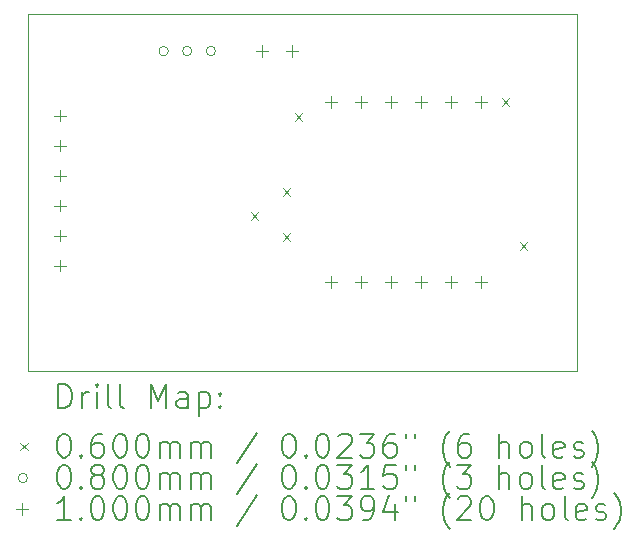
<source format=gbr>
%TF.GenerationSoftware,KiCad,Pcbnew,7.0.5*%
%TF.CreationDate,2024-02-26T15:45:20+01:00*%
%TF.ProjectId,thermometer-hw,74686572-6d6f-46d6-9574-65722d68772e,rev?*%
%TF.SameCoordinates,Original*%
%TF.FileFunction,Drillmap*%
%TF.FilePolarity,Positive*%
%FSLAX45Y45*%
G04 Gerber Fmt 4.5, Leading zero omitted, Abs format (unit mm)*
G04 Created by KiCad (PCBNEW 7.0.5) date 2024-02-26 15:45:20*
%MOMM*%
%LPD*%
G01*
G04 APERTURE LIST*
%ADD10C,0.100000*%
%ADD11C,0.200000*%
%ADD12C,0.060000*%
%ADD13C,0.080000*%
G04 APERTURE END LIST*
D10*
X4699000Y101600D02*
X50800Y101600D01*
X50800Y3124200D01*
X4699000Y3124200D01*
X4699000Y101600D01*
D11*
D12*
X1938500Y1439700D02*
X1998500Y1379700D01*
X1998500Y1439700D02*
X1938500Y1379700D01*
X2205200Y1642900D02*
X2265200Y1582900D01*
X2265200Y1642900D02*
X2205200Y1582900D01*
X2205200Y1261900D02*
X2265200Y1201900D01*
X2265200Y1261900D02*
X2205200Y1201900D01*
X2306800Y2277900D02*
X2366800Y2217900D01*
X2366800Y2277900D02*
X2306800Y2217900D01*
X4059400Y2404900D02*
X4119400Y2344900D01*
X4119400Y2404900D02*
X4059400Y2344900D01*
X4211800Y1185700D02*
X4271800Y1125700D01*
X4271800Y1185700D02*
X4211800Y1125700D01*
D13*
X1237000Y2806700D02*
G75*
G03*
X1237000Y2806700I-40000J0D01*
G01*
X1437000Y2806700D02*
G75*
G03*
X1437000Y2806700I-40000J0D01*
G01*
X1637000Y2806700D02*
G75*
G03*
X1637000Y2806700I-40000J0D01*
G01*
D10*
X317500Y2310600D02*
X317500Y2210600D01*
X267500Y2260600D02*
X367500Y2260600D01*
X317500Y2056600D02*
X317500Y1956600D01*
X267500Y2006600D02*
X367500Y2006600D01*
X317500Y1802600D02*
X317500Y1702600D01*
X267500Y1752600D02*
X367500Y1752600D01*
X317500Y1548600D02*
X317500Y1448600D01*
X267500Y1498600D02*
X367500Y1498600D01*
X317500Y1294600D02*
X317500Y1194600D01*
X267500Y1244600D02*
X367500Y1244600D01*
X317500Y1040600D02*
X317500Y940600D01*
X267500Y990600D02*
X367500Y990600D01*
X2032000Y2856700D02*
X2032000Y2756700D01*
X1982000Y2806700D02*
X2082000Y2806700D01*
X2286000Y2856700D02*
X2286000Y2756700D01*
X2236000Y2806700D02*
X2336000Y2806700D01*
X2616500Y2427600D02*
X2616500Y2327600D01*
X2566500Y2377600D02*
X2666500Y2377600D01*
X2616500Y903600D02*
X2616500Y803600D01*
X2566500Y853600D02*
X2666500Y853600D01*
X2870500Y2427600D02*
X2870500Y2327600D01*
X2820500Y2377600D02*
X2920500Y2377600D01*
X2870500Y903600D02*
X2870500Y803600D01*
X2820500Y853600D02*
X2920500Y853600D01*
X3124500Y2427600D02*
X3124500Y2327600D01*
X3074500Y2377600D02*
X3174500Y2377600D01*
X3124500Y903600D02*
X3124500Y803600D01*
X3074500Y853600D02*
X3174500Y853600D01*
X3378500Y2427600D02*
X3378500Y2327600D01*
X3328500Y2377600D02*
X3428500Y2377600D01*
X3378500Y903600D02*
X3378500Y803600D01*
X3328500Y853600D02*
X3428500Y853600D01*
X3632500Y2427600D02*
X3632500Y2327600D01*
X3582500Y2377600D02*
X3682500Y2377600D01*
X3632500Y903600D02*
X3632500Y803600D01*
X3582500Y853600D02*
X3682500Y853600D01*
X3886500Y2427600D02*
X3886500Y2327600D01*
X3836500Y2377600D02*
X3936500Y2377600D01*
X3886500Y903600D02*
X3886500Y803600D01*
X3836500Y853600D02*
X3936500Y853600D01*
D11*
X306577Y-214884D02*
X306577Y-14884D01*
X306577Y-14884D02*
X354196Y-14884D01*
X354196Y-14884D02*
X382767Y-24408D01*
X382767Y-24408D02*
X401815Y-43455D01*
X401815Y-43455D02*
X411339Y-62503D01*
X411339Y-62503D02*
X420862Y-100598D01*
X420862Y-100598D02*
X420862Y-129169D01*
X420862Y-129169D02*
X411339Y-167265D01*
X411339Y-167265D02*
X401815Y-186312D01*
X401815Y-186312D02*
X382767Y-205360D01*
X382767Y-205360D02*
X354196Y-214884D01*
X354196Y-214884D02*
X306577Y-214884D01*
X506577Y-214884D02*
X506577Y-81550D01*
X506577Y-119646D02*
X516101Y-100598D01*
X516101Y-100598D02*
X525624Y-91074D01*
X525624Y-91074D02*
X544672Y-81550D01*
X544672Y-81550D02*
X563720Y-81550D01*
X630386Y-214884D02*
X630386Y-81550D01*
X630386Y-14884D02*
X620863Y-24408D01*
X620863Y-24408D02*
X630386Y-33931D01*
X630386Y-33931D02*
X639910Y-24408D01*
X639910Y-24408D02*
X630386Y-14884D01*
X630386Y-14884D02*
X630386Y-33931D01*
X754196Y-214884D02*
X735148Y-205360D01*
X735148Y-205360D02*
X725624Y-186312D01*
X725624Y-186312D02*
X725624Y-14884D01*
X858958Y-214884D02*
X839910Y-205360D01*
X839910Y-205360D02*
X830386Y-186312D01*
X830386Y-186312D02*
X830386Y-14884D01*
X1087529Y-214884D02*
X1087529Y-14884D01*
X1087529Y-14884D02*
X1154196Y-157741D01*
X1154196Y-157741D02*
X1220863Y-14884D01*
X1220863Y-14884D02*
X1220863Y-214884D01*
X1401815Y-214884D02*
X1401815Y-110122D01*
X1401815Y-110122D02*
X1392291Y-91074D01*
X1392291Y-91074D02*
X1373244Y-81550D01*
X1373244Y-81550D02*
X1335148Y-81550D01*
X1335148Y-81550D02*
X1316101Y-91074D01*
X1401815Y-205360D02*
X1382767Y-214884D01*
X1382767Y-214884D02*
X1335148Y-214884D01*
X1335148Y-214884D02*
X1316101Y-205360D01*
X1316101Y-205360D02*
X1306577Y-186312D01*
X1306577Y-186312D02*
X1306577Y-167265D01*
X1306577Y-167265D02*
X1316101Y-148217D01*
X1316101Y-148217D02*
X1335148Y-138693D01*
X1335148Y-138693D02*
X1382767Y-138693D01*
X1382767Y-138693D02*
X1401815Y-129169D01*
X1497053Y-81550D02*
X1497053Y-281550D01*
X1497053Y-91074D02*
X1516101Y-81550D01*
X1516101Y-81550D02*
X1554196Y-81550D01*
X1554196Y-81550D02*
X1573243Y-91074D01*
X1573243Y-91074D02*
X1582767Y-100598D01*
X1582767Y-100598D02*
X1592291Y-119646D01*
X1592291Y-119646D02*
X1592291Y-176788D01*
X1592291Y-176788D02*
X1582767Y-195836D01*
X1582767Y-195836D02*
X1573243Y-205360D01*
X1573243Y-205360D02*
X1554196Y-214884D01*
X1554196Y-214884D02*
X1516101Y-214884D01*
X1516101Y-214884D02*
X1497053Y-205360D01*
X1678005Y-195836D02*
X1687529Y-205360D01*
X1687529Y-205360D02*
X1678005Y-214884D01*
X1678005Y-214884D02*
X1668482Y-205360D01*
X1668482Y-205360D02*
X1678005Y-195836D01*
X1678005Y-195836D02*
X1678005Y-214884D01*
X1678005Y-91074D02*
X1687529Y-100598D01*
X1687529Y-100598D02*
X1678005Y-110122D01*
X1678005Y-110122D02*
X1668482Y-100598D01*
X1668482Y-100598D02*
X1678005Y-91074D01*
X1678005Y-91074D02*
X1678005Y-110122D01*
D12*
X-14200Y-513400D02*
X45800Y-573400D01*
X45800Y-513400D02*
X-14200Y-573400D01*
D11*
X344672Y-434884D02*
X363720Y-434884D01*
X363720Y-434884D02*
X382767Y-444408D01*
X382767Y-444408D02*
X392291Y-453931D01*
X392291Y-453931D02*
X401815Y-472979D01*
X401815Y-472979D02*
X411339Y-511074D01*
X411339Y-511074D02*
X411339Y-558693D01*
X411339Y-558693D02*
X401815Y-596789D01*
X401815Y-596789D02*
X392291Y-615836D01*
X392291Y-615836D02*
X382767Y-625360D01*
X382767Y-625360D02*
X363720Y-634884D01*
X363720Y-634884D02*
X344672Y-634884D01*
X344672Y-634884D02*
X325624Y-625360D01*
X325624Y-625360D02*
X316101Y-615836D01*
X316101Y-615836D02*
X306577Y-596789D01*
X306577Y-596789D02*
X297053Y-558693D01*
X297053Y-558693D02*
X297053Y-511074D01*
X297053Y-511074D02*
X306577Y-472979D01*
X306577Y-472979D02*
X316101Y-453931D01*
X316101Y-453931D02*
X325624Y-444408D01*
X325624Y-444408D02*
X344672Y-434884D01*
X497053Y-615836D02*
X506577Y-625360D01*
X506577Y-625360D02*
X497053Y-634884D01*
X497053Y-634884D02*
X487529Y-625360D01*
X487529Y-625360D02*
X497053Y-615836D01*
X497053Y-615836D02*
X497053Y-634884D01*
X678005Y-434884D02*
X639910Y-434884D01*
X639910Y-434884D02*
X620863Y-444408D01*
X620863Y-444408D02*
X611339Y-453931D01*
X611339Y-453931D02*
X592291Y-482503D01*
X592291Y-482503D02*
X582767Y-520598D01*
X582767Y-520598D02*
X582767Y-596789D01*
X582767Y-596789D02*
X592291Y-615836D01*
X592291Y-615836D02*
X601815Y-625360D01*
X601815Y-625360D02*
X620863Y-634884D01*
X620863Y-634884D02*
X658958Y-634884D01*
X658958Y-634884D02*
X678005Y-625360D01*
X678005Y-625360D02*
X687529Y-615836D01*
X687529Y-615836D02*
X697053Y-596789D01*
X697053Y-596789D02*
X697053Y-549170D01*
X697053Y-549170D02*
X687529Y-530122D01*
X687529Y-530122D02*
X678005Y-520598D01*
X678005Y-520598D02*
X658958Y-511074D01*
X658958Y-511074D02*
X620863Y-511074D01*
X620863Y-511074D02*
X601815Y-520598D01*
X601815Y-520598D02*
X592291Y-530122D01*
X592291Y-530122D02*
X582767Y-549170D01*
X820862Y-434884D02*
X839910Y-434884D01*
X839910Y-434884D02*
X858958Y-444408D01*
X858958Y-444408D02*
X868482Y-453931D01*
X868482Y-453931D02*
X878005Y-472979D01*
X878005Y-472979D02*
X887529Y-511074D01*
X887529Y-511074D02*
X887529Y-558693D01*
X887529Y-558693D02*
X878005Y-596789D01*
X878005Y-596789D02*
X868482Y-615836D01*
X868482Y-615836D02*
X858958Y-625360D01*
X858958Y-625360D02*
X839910Y-634884D01*
X839910Y-634884D02*
X820862Y-634884D01*
X820862Y-634884D02*
X801815Y-625360D01*
X801815Y-625360D02*
X792291Y-615836D01*
X792291Y-615836D02*
X782767Y-596789D01*
X782767Y-596789D02*
X773243Y-558693D01*
X773243Y-558693D02*
X773243Y-511074D01*
X773243Y-511074D02*
X782767Y-472979D01*
X782767Y-472979D02*
X792291Y-453931D01*
X792291Y-453931D02*
X801815Y-444408D01*
X801815Y-444408D02*
X820862Y-434884D01*
X1011339Y-434884D02*
X1030386Y-434884D01*
X1030386Y-434884D02*
X1049434Y-444408D01*
X1049434Y-444408D02*
X1058958Y-453931D01*
X1058958Y-453931D02*
X1068482Y-472979D01*
X1068482Y-472979D02*
X1078005Y-511074D01*
X1078005Y-511074D02*
X1078005Y-558693D01*
X1078005Y-558693D02*
X1068482Y-596789D01*
X1068482Y-596789D02*
X1058958Y-615836D01*
X1058958Y-615836D02*
X1049434Y-625360D01*
X1049434Y-625360D02*
X1030386Y-634884D01*
X1030386Y-634884D02*
X1011339Y-634884D01*
X1011339Y-634884D02*
X992291Y-625360D01*
X992291Y-625360D02*
X982767Y-615836D01*
X982767Y-615836D02*
X973243Y-596789D01*
X973243Y-596789D02*
X963720Y-558693D01*
X963720Y-558693D02*
X963720Y-511074D01*
X963720Y-511074D02*
X973243Y-472979D01*
X973243Y-472979D02*
X982767Y-453931D01*
X982767Y-453931D02*
X992291Y-444408D01*
X992291Y-444408D02*
X1011339Y-434884D01*
X1163720Y-634884D02*
X1163720Y-501550D01*
X1163720Y-520598D02*
X1173244Y-511074D01*
X1173244Y-511074D02*
X1192291Y-501550D01*
X1192291Y-501550D02*
X1220863Y-501550D01*
X1220863Y-501550D02*
X1239910Y-511074D01*
X1239910Y-511074D02*
X1249434Y-530122D01*
X1249434Y-530122D02*
X1249434Y-634884D01*
X1249434Y-530122D02*
X1258958Y-511074D01*
X1258958Y-511074D02*
X1278005Y-501550D01*
X1278005Y-501550D02*
X1306577Y-501550D01*
X1306577Y-501550D02*
X1325625Y-511074D01*
X1325625Y-511074D02*
X1335148Y-530122D01*
X1335148Y-530122D02*
X1335148Y-634884D01*
X1430386Y-634884D02*
X1430386Y-501550D01*
X1430386Y-520598D02*
X1439910Y-511074D01*
X1439910Y-511074D02*
X1458958Y-501550D01*
X1458958Y-501550D02*
X1487529Y-501550D01*
X1487529Y-501550D02*
X1506577Y-511074D01*
X1506577Y-511074D02*
X1516101Y-530122D01*
X1516101Y-530122D02*
X1516101Y-634884D01*
X1516101Y-530122D02*
X1525624Y-511074D01*
X1525624Y-511074D02*
X1544672Y-501550D01*
X1544672Y-501550D02*
X1573243Y-501550D01*
X1573243Y-501550D02*
X1592291Y-511074D01*
X1592291Y-511074D02*
X1601815Y-530122D01*
X1601815Y-530122D02*
X1601815Y-634884D01*
X1992291Y-425360D02*
X1820863Y-682503D01*
X2249434Y-434884D02*
X2268482Y-434884D01*
X2268482Y-434884D02*
X2287529Y-444408D01*
X2287529Y-444408D02*
X2297053Y-453931D01*
X2297053Y-453931D02*
X2306577Y-472979D01*
X2306577Y-472979D02*
X2316101Y-511074D01*
X2316101Y-511074D02*
X2316101Y-558693D01*
X2316101Y-558693D02*
X2306577Y-596789D01*
X2306577Y-596789D02*
X2297053Y-615836D01*
X2297053Y-615836D02*
X2287529Y-625360D01*
X2287529Y-625360D02*
X2268482Y-634884D01*
X2268482Y-634884D02*
X2249434Y-634884D01*
X2249434Y-634884D02*
X2230387Y-625360D01*
X2230387Y-625360D02*
X2220863Y-615836D01*
X2220863Y-615836D02*
X2211339Y-596789D01*
X2211339Y-596789D02*
X2201815Y-558693D01*
X2201815Y-558693D02*
X2201815Y-511074D01*
X2201815Y-511074D02*
X2211339Y-472979D01*
X2211339Y-472979D02*
X2220863Y-453931D01*
X2220863Y-453931D02*
X2230387Y-444408D01*
X2230387Y-444408D02*
X2249434Y-434884D01*
X2401815Y-615836D02*
X2411339Y-625360D01*
X2411339Y-625360D02*
X2401815Y-634884D01*
X2401815Y-634884D02*
X2392291Y-625360D01*
X2392291Y-625360D02*
X2401815Y-615836D01*
X2401815Y-615836D02*
X2401815Y-634884D01*
X2535148Y-434884D02*
X2554196Y-434884D01*
X2554196Y-434884D02*
X2573244Y-444408D01*
X2573244Y-444408D02*
X2582768Y-453931D01*
X2582768Y-453931D02*
X2592291Y-472979D01*
X2592291Y-472979D02*
X2601815Y-511074D01*
X2601815Y-511074D02*
X2601815Y-558693D01*
X2601815Y-558693D02*
X2592291Y-596789D01*
X2592291Y-596789D02*
X2582768Y-615836D01*
X2582768Y-615836D02*
X2573244Y-625360D01*
X2573244Y-625360D02*
X2554196Y-634884D01*
X2554196Y-634884D02*
X2535148Y-634884D01*
X2535148Y-634884D02*
X2516101Y-625360D01*
X2516101Y-625360D02*
X2506577Y-615836D01*
X2506577Y-615836D02*
X2497053Y-596789D01*
X2497053Y-596789D02*
X2487529Y-558693D01*
X2487529Y-558693D02*
X2487529Y-511074D01*
X2487529Y-511074D02*
X2497053Y-472979D01*
X2497053Y-472979D02*
X2506577Y-453931D01*
X2506577Y-453931D02*
X2516101Y-444408D01*
X2516101Y-444408D02*
X2535148Y-434884D01*
X2678006Y-453931D02*
X2687529Y-444408D01*
X2687529Y-444408D02*
X2706577Y-434884D01*
X2706577Y-434884D02*
X2754196Y-434884D01*
X2754196Y-434884D02*
X2773244Y-444408D01*
X2773244Y-444408D02*
X2782768Y-453931D01*
X2782768Y-453931D02*
X2792291Y-472979D01*
X2792291Y-472979D02*
X2792291Y-492027D01*
X2792291Y-492027D02*
X2782768Y-520598D01*
X2782768Y-520598D02*
X2668482Y-634884D01*
X2668482Y-634884D02*
X2792291Y-634884D01*
X2858958Y-434884D02*
X2982767Y-434884D01*
X2982767Y-434884D02*
X2916101Y-511074D01*
X2916101Y-511074D02*
X2944672Y-511074D01*
X2944672Y-511074D02*
X2963720Y-520598D01*
X2963720Y-520598D02*
X2973244Y-530122D01*
X2973244Y-530122D02*
X2982767Y-549170D01*
X2982767Y-549170D02*
X2982767Y-596789D01*
X2982767Y-596789D02*
X2973244Y-615836D01*
X2973244Y-615836D02*
X2963720Y-625360D01*
X2963720Y-625360D02*
X2944672Y-634884D01*
X2944672Y-634884D02*
X2887529Y-634884D01*
X2887529Y-634884D02*
X2868482Y-625360D01*
X2868482Y-625360D02*
X2858958Y-615836D01*
X3154196Y-434884D02*
X3116101Y-434884D01*
X3116101Y-434884D02*
X3097053Y-444408D01*
X3097053Y-444408D02*
X3087529Y-453931D01*
X3087529Y-453931D02*
X3068482Y-482503D01*
X3068482Y-482503D02*
X3058958Y-520598D01*
X3058958Y-520598D02*
X3058958Y-596789D01*
X3058958Y-596789D02*
X3068482Y-615836D01*
X3068482Y-615836D02*
X3078006Y-625360D01*
X3078006Y-625360D02*
X3097053Y-634884D01*
X3097053Y-634884D02*
X3135148Y-634884D01*
X3135148Y-634884D02*
X3154196Y-625360D01*
X3154196Y-625360D02*
X3163720Y-615836D01*
X3163720Y-615836D02*
X3173244Y-596789D01*
X3173244Y-596789D02*
X3173244Y-549170D01*
X3173244Y-549170D02*
X3163720Y-530122D01*
X3163720Y-530122D02*
X3154196Y-520598D01*
X3154196Y-520598D02*
X3135148Y-511074D01*
X3135148Y-511074D02*
X3097053Y-511074D01*
X3097053Y-511074D02*
X3078006Y-520598D01*
X3078006Y-520598D02*
X3068482Y-530122D01*
X3068482Y-530122D02*
X3058958Y-549170D01*
X3249434Y-434884D02*
X3249434Y-472979D01*
X3325625Y-434884D02*
X3325625Y-472979D01*
X3620863Y-711074D02*
X3611339Y-701550D01*
X3611339Y-701550D02*
X3592291Y-672979D01*
X3592291Y-672979D02*
X3582768Y-653931D01*
X3582768Y-653931D02*
X3573244Y-625360D01*
X3573244Y-625360D02*
X3563720Y-577741D01*
X3563720Y-577741D02*
X3563720Y-539646D01*
X3563720Y-539646D02*
X3573244Y-492027D01*
X3573244Y-492027D02*
X3582768Y-463455D01*
X3582768Y-463455D02*
X3592291Y-444408D01*
X3592291Y-444408D02*
X3611339Y-415836D01*
X3611339Y-415836D02*
X3620863Y-406312D01*
X3782768Y-434884D02*
X3744672Y-434884D01*
X3744672Y-434884D02*
X3725625Y-444408D01*
X3725625Y-444408D02*
X3716101Y-453931D01*
X3716101Y-453931D02*
X3697053Y-482503D01*
X3697053Y-482503D02*
X3687529Y-520598D01*
X3687529Y-520598D02*
X3687529Y-596789D01*
X3687529Y-596789D02*
X3697053Y-615836D01*
X3697053Y-615836D02*
X3706577Y-625360D01*
X3706577Y-625360D02*
X3725625Y-634884D01*
X3725625Y-634884D02*
X3763720Y-634884D01*
X3763720Y-634884D02*
X3782768Y-625360D01*
X3782768Y-625360D02*
X3792291Y-615836D01*
X3792291Y-615836D02*
X3801815Y-596789D01*
X3801815Y-596789D02*
X3801815Y-549170D01*
X3801815Y-549170D02*
X3792291Y-530122D01*
X3792291Y-530122D02*
X3782768Y-520598D01*
X3782768Y-520598D02*
X3763720Y-511074D01*
X3763720Y-511074D02*
X3725625Y-511074D01*
X3725625Y-511074D02*
X3706577Y-520598D01*
X3706577Y-520598D02*
X3697053Y-530122D01*
X3697053Y-530122D02*
X3687529Y-549170D01*
X4039910Y-634884D02*
X4039910Y-434884D01*
X4125625Y-634884D02*
X4125625Y-530122D01*
X4125625Y-530122D02*
X4116101Y-511074D01*
X4116101Y-511074D02*
X4097053Y-501550D01*
X4097053Y-501550D02*
X4068482Y-501550D01*
X4068482Y-501550D02*
X4049434Y-511074D01*
X4049434Y-511074D02*
X4039910Y-520598D01*
X4249434Y-634884D02*
X4230387Y-625360D01*
X4230387Y-625360D02*
X4220863Y-615836D01*
X4220863Y-615836D02*
X4211339Y-596789D01*
X4211339Y-596789D02*
X4211339Y-539646D01*
X4211339Y-539646D02*
X4220863Y-520598D01*
X4220863Y-520598D02*
X4230387Y-511074D01*
X4230387Y-511074D02*
X4249434Y-501550D01*
X4249434Y-501550D02*
X4278006Y-501550D01*
X4278006Y-501550D02*
X4297053Y-511074D01*
X4297053Y-511074D02*
X4306577Y-520598D01*
X4306577Y-520598D02*
X4316101Y-539646D01*
X4316101Y-539646D02*
X4316101Y-596789D01*
X4316101Y-596789D02*
X4306577Y-615836D01*
X4306577Y-615836D02*
X4297053Y-625360D01*
X4297053Y-625360D02*
X4278006Y-634884D01*
X4278006Y-634884D02*
X4249434Y-634884D01*
X4430387Y-634884D02*
X4411339Y-625360D01*
X4411339Y-625360D02*
X4401815Y-606312D01*
X4401815Y-606312D02*
X4401815Y-434884D01*
X4582768Y-625360D02*
X4563720Y-634884D01*
X4563720Y-634884D02*
X4525625Y-634884D01*
X4525625Y-634884D02*
X4506577Y-625360D01*
X4506577Y-625360D02*
X4497053Y-606312D01*
X4497053Y-606312D02*
X4497053Y-530122D01*
X4497053Y-530122D02*
X4506577Y-511074D01*
X4506577Y-511074D02*
X4525625Y-501550D01*
X4525625Y-501550D02*
X4563720Y-501550D01*
X4563720Y-501550D02*
X4582768Y-511074D01*
X4582768Y-511074D02*
X4592292Y-530122D01*
X4592292Y-530122D02*
X4592292Y-549170D01*
X4592292Y-549170D02*
X4497053Y-568217D01*
X4668482Y-625360D02*
X4687530Y-634884D01*
X4687530Y-634884D02*
X4725625Y-634884D01*
X4725625Y-634884D02*
X4744673Y-625360D01*
X4744673Y-625360D02*
X4754196Y-606312D01*
X4754196Y-606312D02*
X4754196Y-596789D01*
X4754196Y-596789D02*
X4744673Y-577741D01*
X4744673Y-577741D02*
X4725625Y-568217D01*
X4725625Y-568217D02*
X4697053Y-568217D01*
X4697053Y-568217D02*
X4678006Y-558693D01*
X4678006Y-558693D02*
X4668482Y-539646D01*
X4668482Y-539646D02*
X4668482Y-530122D01*
X4668482Y-530122D02*
X4678006Y-511074D01*
X4678006Y-511074D02*
X4697053Y-501550D01*
X4697053Y-501550D02*
X4725625Y-501550D01*
X4725625Y-501550D02*
X4744673Y-511074D01*
X4820863Y-711074D02*
X4830387Y-701550D01*
X4830387Y-701550D02*
X4849434Y-672979D01*
X4849434Y-672979D02*
X4858958Y-653931D01*
X4858958Y-653931D02*
X4868482Y-625360D01*
X4868482Y-625360D02*
X4878006Y-577741D01*
X4878006Y-577741D02*
X4878006Y-539646D01*
X4878006Y-539646D02*
X4868482Y-492027D01*
X4868482Y-492027D02*
X4858958Y-463455D01*
X4858958Y-463455D02*
X4849434Y-444408D01*
X4849434Y-444408D02*
X4830387Y-415836D01*
X4830387Y-415836D02*
X4820863Y-406312D01*
D13*
X45800Y-807400D02*
G75*
G03*
X45800Y-807400I-40000J0D01*
G01*
D11*
X344672Y-698884D02*
X363720Y-698884D01*
X363720Y-698884D02*
X382767Y-708408D01*
X382767Y-708408D02*
X392291Y-717931D01*
X392291Y-717931D02*
X401815Y-736979D01*
X401815Y-736979D02*
X411339Y-775074D01*
X411339Y-775074D02*
X411339Y-822693D01*
X411339Y-822693D02*
X401815Y-860788D01*
X401815Y-860788D02*
X392291Y-879836D01*
X392291Y-879836D02*
X382767Y-889360D01*
X382767Y-889360D02*
X363720Y-898884D01*
X363720Y-898884D02*
X344672Y-898884D01*
X344672Y-898884D02*
X325624Y-889360D01*
X325624Y-889360D02*
X316101Y-879836D01*
X316101Y-879836D02*
X306577Y-860788D01*
X306577Y-860788D02*
X297053Y-822693D01*
X297053Y-822693D02*
X297053Y-775074D01*
X297053Y-775074D02*
X306577Y-736979D01*
X306577Y-736979D02*
X316101Y-717931D01*
X316101Y-717931D02*
X325624Y-708408D01*
X325624Y-708408D02*
X344672Y-698884D01*
X497053Y-879836D02*
X506577Y-889360D01*
X506577Y-889360D02*
X497053Y-898884D01*
X497053Y-898884D02*
X487529Y-889360D01*
X487529Y-889360D02*
X497053Y-879836D01*
X497053Y-879836D02*
X497053Y-898884D01*
X620863Y-784598D02*
X601815Y-775074D01*
X601815Y-775074D02*
X592291Y-765550D01*
X592291Y-765550D02*
X582767Y-746503D01*
X582767Y-746503D02*
X582767Y-736979D01*
X582767Y-736979D02*
X592291Y-717931D01*
X592291Y-717931D02*
X601815Y-708408D01*
X601815Y-708408D02*
X620863Y-698884D01*
X620863Y-698884D02*
X658958Y-698884D01*
X658958Y-698884D02*
X678005Y-708408D01*
X678005Y-708408D02*
X687529Y-717931D01*
X687529Y-717931D02*
X697053Y-736979D01*
X697053Y-736979D02*
X697053Y-746503D01*
X697053Y-746503D02*
X687529Y-765550D01*
X687529Y-765550D02*
X678005Y-775074D01*
X678005Y-775074D02*
X658958Y-784598D01*
X658958Y-784598D02*
X620863Y-784598D01*
X620863Y-784598D02*
X601815Y-794122D01*
X601815Y-794122D02*
X592291Y-803646D01*
X592291Y-803646D02*
X582767Y-822693D01*
X582767Y-822693D02*
X582767Y-860788D01*
X582767Y-860788D02*
X592291Y-879836D01*
X592291Y-879836D02*
X601815Y-889360D01*
X601815Y-889360D02*
X620863Y-898884D01*
X620863Y-898884D02*
X658958Y-898884D01*
X658958Y-898884D02*
X678005Y-889360D01*
X678005Y-889360D02*
X687529Y-879836D01*
X687529Y-879836D02*
X697053Y-860788D01*
X697053Y-860788D02*
X697053Y-822693D01*
X697053Y-822693D02*
X687529Y-803646D01*
X687529Y-803646D02*
X678005Y-794122D01*
X678005Y-794122D02*
X658958Y-784598D01*
X820862Y-698884D02*
X839910Y-698884D01*
X839910Y-698884D02*
X858958Y-708408D01*
X858958Y-708408D02*
X868482Y-717931D01*
X868482Y-717931D02*
X878005Y-736979D01*
X878005Y-736979D02*
X887529Y-775074D01*
X887529Y-775074D02*
X887529Y-822693D01*
X887529Y-822693D02*
X878005Y-860788D01*
X878005Y-860788D02*
X868482Y-879836D01*
X868482Y-879836D02*
X858958Y-889360D01*
X858958Y-889360D02*
X839910Y-898884D01*
X839910Y-898884D02*
X820862Y-898884D01*
X820862Y-898884D02*
X801815Y-889360D01*
X801815Y-889360D02*
X792291Y-879836D01*
X792291Y-879836D02*
X782767Y-860788D01*
X782767Y-860788D02*
X773243Y-822693D01*
X773243Y-822693D02*
X773243Y-775074D01*
X773243Y-775074D02*
X782767Y-736979D01*
X782767Y-736979D02*
X792291Y-717931D01*
X792291Y-717931D02*
X801815Y-708408D01*
X801815Y-708408D02*
X820862Y-698884D01*
X1011339Y-698884D02*
X1030386Y-698884D01*
X1030386Y-698884D02*
X1049434Y-708408D01*
X1049434Y-708408D02*
X1058958Y-717931D01*
X1058958Y-717931D02*
X1068482Y-736979D01*
X1068482Y-736979D02*
X1078005Y-775074D01*
X1078005Y-775074D02*
X1078005Y-822693D01*
X1078005Y-822693D02*
X1068482Y-860788D01*
X1068482Y-860788D02*
X1058958Y-879836D01*
X1058958Y-879836D02*
X1049434Y-889360D01*
X1049434Y-889360D02*
X1030386Y-898884D01*
X1030386Y-898884D02*
X1011339Y-898884D01*
X1011339Y-898884D02*
X992291Y-889360D01*
X992291Y-889360D02*
X982767Y-879836D01*
X982767Y-879836D02*
X973243Y-860788D01*
X973243Y-860788D02*
X963720Y-822693D01*
X963720Y-822693D02*
X963720Y-775074D01*
X963720Y-775074D02*
X973243Y-736979D01*
X973243Y-736979D02*
X982767Y-717931D01*
X982767Y-717931D02*
X992291Y-708408D01*
X992291Y-708408D02*
X1011339Y-698884D01*
X1163720Y-898884D02*
X1163720Y-765550D01*
X1163720Y-784598D02*
X1173244Y-775074D01*
X1173244Y-775074D02*
X1192291Y-765550D01*
X1192291Y-765550D02*
X1220863Y-765550D01*
X1220863Y-765550D02*
X1239910Y-775074D01*
X1239910Y-775074D02*
X1249434Y-794122D01*
X1249434Y-794122D02*
X1249434Y-898884D01*
X1249434Y-794122D02*
X1258958Y-775074D01*
X1258958Y-775074D02*
X1278005Y-765550D01*
X1278005Y-765550D02*
X1306577Y-765550D01*
X1306577Y-765550D02*
X1325625Y-775074D01*
X1325625Y-775074D02*
X1335148Y-794122D01*
X1335148Y-794122D02*
X1335148Y-898884D01*
X1430386Y-898884D02*
X1430386Y-765550D01*
X1430386Y-784598D02*
X1439910Y-775074D01*
X1439910Y-775074D02*
X1458958Y-765550D01*
X1458958Y-765550D02*
X1487529Y-765550D01*
X1487529Y-765550D02*
X1506577Y-775074D01*
X1506577Y-775074D02*
X1516101Y-794122D01*
X1516101Y-794122D02*
X1516101Y-898884D01*
X1516101Y-794122D02*
X1525624Y-775074D01*
X1525624Y-775074D02*
X1544672Y-765550D01*
X1544672Y-765550D02*
X1573243Y-765550D01*
X1573243Y-765550D02*
X1592291Y-775074D01*
X1592291Y-775074D02*
X1601815Y-794122D01*
X1601815Y-794122D02*
X1601815Y-898884D01*
X1992291Y-689360D02*
X1820863Y-946503D01*
X2249434Y-698884D02*
X2268482Y-698884D01*
X2268482Y-698884D02*
X2287529Y-708408D01*
X2287529Y-708408D02*
X2297053Y-717931D01*
X2297053Y-717931D02*
X2306577Y-736979D01*
X2306577Y-736979D02*
X2316101Y-775074D01*
X2316101Y-775074D02*
X2316101Y-822693D01*
X2316101Y-822693D02*
X2306577Y-860788D01*
X2306577Y-860788D02*
X2297053Y-879836D01*
X2297053Y-879836D02*
X2287529Y-889360D01*
X2287529Y-889360D02*
X2268482Y-898884D01*
X2268482Y-898884D02*
X2249434Y-898884D01*
X2249434Y-898884D02*
X2230387Y-889360D01*
X2230387Y-889360D02*
X2220863Y-879836D01*
X2220863Y-879836D02*
X2211339Y-860788D01*
X2211339Y-860788D02*
X2201815Y-822693D01*
X2201815Y-822693D02*
X2201815Y-775074D01*
X2201815Y-775074D02*
X2211339Y-736979D01*
X2211339Y-736979D02*
X2220863Y-717931D01*
X2220863Y-717931D02*
X2230387Y-708408D01*
X2230387Y-708408D02*
X2249434Y-698884D01*
X2401815Y-879836D02*
X2411339Y-889360D01*
X2411339Y-889360D02*
X2401815Y-898884D01*
X2401815Y-898884D02*
X2392291Y-889360D01*
X2392291Y-889360D02*
X2401815Y-879836D01*
X2401815Y-879836D02*
X2401815Y-898884D01*
X2535148Y-698884D02*
X2554196Y-698884D01*
X2554196Y-698884D02*
X2573244Y-708408D01*
X2573244Y-708408D02*
X2582768Y-717931D01*
X2582768Y-717931D02*
X2592291Y-736979D01*
X2592291Y-736979D02*
X2601815Y-775074D01*
X2601815Y-775074D02*
X2601815Y-822693D01*
X2601815Y-822693D02*
X2592291Y-860788D01*
X2592291Y-860788D02*
X2582768Y-879836D01*
X2582768Y-879836D02*
X2573244Y-889360D01*
X2573244Y-889360D02*
X2554196Y-898884D01*
X2554196Y-898884D02*
X2535148Y-898884D01*
X2535148Y-898884D02*
X2516101Y-889360D01*
X2516101Y-889360D02*
X2506577Y-879836D01*
X2506577Y-879836D02*
X2497053Y-860788D01*
X2497053Y-860788D02*
X2487529Y-822693D01*
X2487529Y-822693D02*
X2487529Y-775074D01*
X2487529Y-775074D02*
X2497053Y-736979D01*
X2497053Y-736979D02*
X2506577Y-717931D01*
X2506577Y-717931D02*
X2516101Y-708408D01*
X2516101Y-708408D02*
X2535148Y-698884D01*
X2668482Y-698884D02*
X2792291Y-698884D01*
X2792291Y-698884D02*
X2725625Y-775074D01*
X2725625Y-775074D02*
X2754196Y-775074D01*
X2754196Y-775074D02*
X2773244Y-784598D01*
X2773244Y-784598D02*
X2782768Y-794122D01*
X2782768Y-794122D02*
X2792291Y-813169D01*
X2792291Y-813169D02*
X2792291Y-860788D01*
X2792291Y-860788D02*
X2782768Y-879836D01*
X2782768Y-879836D02*
X2773244Y-889360D01*
X2773244Y-889360D02*
X2754196Y-898884D01*
X2754196Y-898884D02*
X2697053Y-898884D01*
X2697053Y-898884D02*
X2678006Y-889360D01*
X2678006Y-889360D02*
X2668482Y-879836D01*
X2982767Y-898884D02*
X2868482Y-898884D01*
X2925625Y-898884D02*
X2925625Y-698884D01*
X2925625Y-698884D02*
X2906577Y-727455D01*
X2906577Y-727455D02*
X2887529Y-746503D01*
X2887529Y-746503D02*
X2868482Y-756027D01*
X3163720Y-698884D02*
X3068482Y-698884D01*
X3068482Y-698884D02*
X3058958Y-794122D01*
X3058958Y-794122D02*
X3068482Y-784598D01*
X3068482Y-784598D02*
X3087529Y-775074D01*
X3087529Y-775074D02*
X3135148Y-775074D01*
X3135148Y-775074D02*
X3154196Y-784598D01*
X3154196Y-784598D02*
X3163720Y-794122D01*
X3163720Y-794122D02*
X3173244Y-813169D01*
X3173244Y-813169D02*
X3173244Y-860788D01*
X3173244Y-860788D02*
X3163720Y-879836D01*
X3163720Y-879836D02*
X3154196Y-889360D01*
X3154196Y-889360D02*
X3135148Y-898884D01*
X3135148Y-898884D02*
X3087529Y-898884D01*
X3087529Y-898884D02*
X3068482Y-889360D01*
X3068482Y-889360D02*
X3058958Y-879836D01*
X3249434Y-698884D02*
X3249434Y-736979D01*
X3325625Y-698884D02*
X3325625Y-736979D01*
X3620863Y-975074D02*
X3611339Y-965550D01*
X3611339Y-965550D02*
X3592291Y-936979D01*
X3592291Y-936979D02*
X3582768Y-917931D01*
X3582768Y-917931D02*
X3573244Y-889360D01*
X3573244Y-889360D02*
X3563720Y-841741D01*
X3563720Y-841741D02*
X3563720Y-803646D01*
X3563720Y-803646D02*
X3573244Y-756027D01*
X3573244Y-756027D02*
X3582768Y-727455D01*
X3582768Y-727455D02*
X3592291Y-708408D01*
X3592291Y-708408D02*
X3611339Y-679836D01*
X3611339Y-679836D02*
X3620863Y-670312D01*
X3678006Y-698884D02*
X3801815Y-698884D01*
X3801815Y-698884D02*
X3735148Y-775074D01*
X3735148Y-775074D02*
X3763720Y-775074D01*
X3763720Y-775074D02*
X3782768Y-784598D01*
X3782768Y-784598D02*
X3792291Y-794122D01*
X3792291Y-794122D02*
X3801815Y-813169D01*
X3801815Y-813169D02*
X3801815Y-860788D01*
X3801815Y-860788D02*
X3792291Y-879836D01*
X3792291Y-879836D02*
X3782768Y-889360D01*
X3782768Y-889360D02*
X3763720Y-898884D01*
X3763720Y-898884D02*
X3706577Y-898884D01*
X3706577Y-898884D02*
X3687529Y-889360D01*
X3687529Y-889360D02*
X3678006Y-879836D01*
X4039910Y-898884D02*
X4039910Y-698884D01*
X4125625Y-898884D02*
X4125625Y-794122D01*
X4125625Y-794122D02*
X4116101Y-775074D01*
X4116101Y-775074D02*
X4097053Y-765550D01*
X4097053Y-765550D02*
X4068482Y-765550D01*
X4068482Y-765550D02*
X4049434Y-775074D01*
X4049434Y-775074D02*
X4039910Y-784598D01*
X4249434Y-898884D02*
X4230387Y-889360D01*
X4230387Y-889360D02*
X4220863Y-879836D01*
X4220863Y-879836D02*
X4211339Y-860788D01*
X4211339Y-860788D02*
X4211339Y-803646D01*
X4211339Y-803646D02*
X4220863Y-784598D01*
X4220863Y-784598D02*
X4230387Y-775074D01*
X4230387Y-775074D02*
X4249434Y-765550D01*
X4249434Y-765550D02*
X4278006Y-765550D01*
X4278006Y-765550D02*
X4297053Y-775074D01*
X4297053Y-775074D02*
X4306577Y-784598D01*
X4306577Y-784598D02*
X4316101Y-803646D01*
X4316101Y-803646D02*
X4316101Y-860788D01*
X4316101Y-860788D02*
X4306577Y-879836D01*
X4306577Y-879836D02*
X4297053Y-889360D01*
X4297053Y-889360D02*
X4278006Y-898884D01*
X4278006Y-898884D02*
X4249434Y-898884D01*
X4430387Y-898884D02*
X4411339Y-889360D01*
X4411339Y-889360D02*
X4401815Y-870312D01*
X4401815Y-870312D02*
X4401815Y-698884D01*
X4582768Y-889360D02*
X4563720Y-898884D01*
X4563720Y-898884D02*
X4525625Y-898884D01*
X4525625Y-898884D02*
X4506577Y-889360D01*
X4506577Y-889360D02*
X4497053Y-870312D01*
X4497053Y-870312D02*
X4497053Y-794122D01*
X4497053Y-794122D02*
X4506577Y-775074D01*
X4506577Y-775074D02*
X4525625Y-765550D01*
X4525625Y-765550D02*
X4563720Y-765550D01*
X4563720Y-765550D02*
X4582768Y-775074D01*
X4582768Y-775074D02*
X4592292Y-794122D01*
X4592292Y-794122D02*
X4592292Y-813169D01*
X4592292Y-813169D02*
X4497053Y-832217D01*
X4668482Y-889360D02*
X4687530Y-898884D01*
X4687530Y-898884D02*
X4725625Y-898884D01*
X4725625Y-898884D02*
X4744673Y-889360D01*
X4744673Y-889360D02*
X4754196Y-870312D01*
X4754196Y-870312D02*
X4754196Y-860788D01*
X4754196Y-860788D02*
X4744673Y-841741D01*
X4744673Y-841741D02*
X4725625Y-832217D01*
X4725625Y-832217D02*
X4697053Y-832217D01*
X4697053Y-832217D02*
X4678006Y-822693D01*
X4678006Y-822693D02*
X4668482Y-803646D01*
X4668482Y-803646D02*
X4668482Y-794122D01*
X4668482Y-794122D02*
X4678006Y-775074D01*
X4678006Y-775074D02*
X4697053Y-765550D01*
X4697053Y-765550D02*
X4725625Y-765550D01*
X4725625Y-765550D02*
X4744673Y-775074D01*
X4820863Y-975074D02*
X4830387Y-965550D01*
X4830387Y-965550D02*
X4849434Y-936979D01*
X4849434Y-936979D02*
X4858958Y-917931D01*
X4858958Y-917931D02*
X4868482Y-889360D01*
X4868482Y-889360D02*
X4878006Y-841741D01*
X4878006Y-841741D02*
X4878006Y-803646D01*
X4878006Y-803646D02*
X4868482Y-756027D01*
X4868482Y-756027D02*
X4858958Y-727455D01*
X4858958Y-727455D02*
X4849434Y-708408D01*
X4849434Y-708408D02*
X4830387Y-679836D01*
X4830387Y-679836D02*
X4820863Y-670312D01*
D10*
X-4200Y-1021400D02*
X-4200Y-1121400D01*
X-54200Y-1071400D02*
X45800Y-1071400D01*
D11*
X411339Y-1162884D02*
X297053Y-1162884D01*
X354196Y-1162884D02*
X354196Y-962884D01*
X354196Y-962884D02*
X335148Y-991455D01*
X335148Y-991455D02*
X316101Y-1010503D01*
X316101Y-1010503D02*
X297053Y-1020027D01*
X497053Y-1143836D02*
X506577Y-1153360D01*
X506577Y-1153360D02*
X497053Y-1162884D01*
X497053Y-1162884D02*
X487529Y-1153360D01*
X487529Y-1153360D02*
X497053Y-1143836D01*
X497053Y-1143836D02*
X497053Y-1162884D01*
X630386Y-962884D02*
X649434Y-962884D01*
X649434Y-962884D02*
X668482Y-972408D01*
X668482Y-972408D02*
X678005Y-981931D01*
X678005Y-981931D02*
X687529Y-1000979D01*
X687529Y-1000979D02*
X697053Y-1039074D01*
X697053Y-1039074D02*
X697053Y-1086693D01*
X697053Y-1086693D02*
X687529Y-1124789D01*
X687529Y-1124789D02*
X678005Y-1143836D01*
X678005Y-1143836D02*
X668482Y-1153360D01*
X668482Y-1153360D02*
X649434Y-1162884D01*
X649434Y-1162884D02*
X630386Y-1162884D01*
X630386Y-1162884D02*
X611339Y-1153360D01*
X611339Y-1153360D02*
X601815Y-1143836D01*
X601815Y-1143836D02*
X592291Y-1124789D01*
X592291Y-1124789D02*
X582767Y-1086693D01*
X582767Y-1086693D02*
X582767Y-1039074D01*
X582767Y-1039074D02*
X592291Y-1000979D01*
X592291Y-1000979D02*
X601815Y-981931D01*
X601815Y-981931D02*
X611339Y-972408D01*
X611339Y-972408D02*
X630386Y-962884D01*
X820862Y-962884D02*
X839910Y-962884D01*
X839910Y-962884D02*
X858958Y-972408D01*
X858958Y-972408D02*
X868482Y-981931D01*
X868482Y-981931D02*
X878005Y-1000979D01*
X878005Y-1000979D02*
X887529Y-1039074D01*
X887529Y-1039074D02*
X887529Y-1086693D01*
X887529Y-1086693D02*
X878005Y-1124789D01*
X878005Y-1124789D02*
X868482Y-1143836D01*
X868482Y-1143836D02*
X858958Y-1153360D01*
X858958Y-1153360D02*
X839910Y-1162884D01*
X839910Y-1162884D02*
X820862Y-1162884D01*
X820862Y-1162884D02*
X801815Y-1153360D01*
X801815Y-1153360D02*
X792291Y-1143836D01*
X792291Y-1143836D02*
X782767Y-1124789D01*
X782767Y-1124789D02*
X773243Y-1086693D01*
X773243Y-1086693D02*
X773243Y-1039074D01*
X773243Y-1039074D02*
X782767Y-1000979D01*
X782767Y-1000979D02*
X792291Y-981931D01*
X792291Y-981931D02*
X801815Y-972408D01*
X801815Y-972408D02*
X820862Y-962884D01*
X1011339Y-962884D02*
X1030386Y-962884D01*
X1030386Y-962884D02*
X1049434Y-972408D01*
X1049434Y-972408D02*
X1058958Y-981931D01*
X1058958Y-981931D02*
X1068482Y-1000979D01*
X1068482Y-1000979D02*
X1078005Y-1039074D01*
X1078005Y-1039074D02*
X1078005Y-1086693D01*
X1078005Y-1086693D02*
X1068482Y-1124789D01*
X1068482Y-1124789D02*
X1058958Y-1143836D01*
X1058958Y-1143836D02*
X1049434Y-1153360D01*
X1049434Y-1153360D02*
X1030386Y-1162884D01*
X1030386Y-1162884D02*
X1011339Y-1162884D01*
X1011339Y-1162884D02*
X992291Y-1153360D01*
X992291Y-1153360D02*
X982767Y-1143836D01*
X982767Y-1143836D02*
X973243Y-1124789D01*
X973243Y-1124789D02*
X963720Y-1086693D01*
X963720Y-1086693D02*
X963720Y-1039074D01*
X963720Y-1039074D02*
X973243Y-1000979D01*
X973243Y-1000979D02*
X982767Y-981931D01*
X982767Y-981931D02*
X992291Y-972408D01*
X992291Y-972408D02*
X1011339Y-962884D01*
X1163720Y-1162884D02*
X1163720Y-1029550D01*
X1163720Y-1048598D02*
X1173244Y-1039074D01*
X1173244Y-1039074D02*
X1192291Y-1029550D01*
X1192291Y-1029550D02*
X1220863Y-1029550D01*
X1220863Y-1029550D02*
X1239910Y-1039074D01*
X1239910Y-1039074D02*
X1249434Y-1058122D01*
X1249434Y-1058122D02*
X1249434Y-1162884D01*
X1249434Y-1058122D02*
X1258958Y-1039074D01*
X1258958Y-1039074D02*
X1278005Y-1029550D01*
X1278005Y-1029550D02*
X1306577Y-1029550D01*
X1306577Y-1029550D02*
X1325625Y-1039074D01*
X1325625Y-1039074D02*
X1335148Y-1058122D01*
X1335148Y-1058122D02*
X1335148Y-1162884D01*
X1430386Y-1162884D02*
X1430386Y-1029550D01*
X1430386Y-1048598D02*
X1439910Y-1039074D01*
X1439910Y-1039074D02*
X1458958Y-1029550D01*
X1458958Y-1029550D02*
X1487529Y-1029550D01*
X1487529Y-1029550D02*
X1506577Y-1039074D01*
X1506577Y-1039074D02*
X1516101Y-1058122D01*
X1516101Y-1058122D02*
X1516101Y-1162884D01*
X1516101Y-1058122D02*
X1525624Y-1039074D01*
X1525624Y-1039074D02*
X1544672Y-1029550D01*
X1544672Y-1029550D02*
X1573243Y-1029550D01*
X1573243Y-1029550D02*
X1592291Y-1039074D01*
X1592291Y-1039074D02*
X1601815Y-1058122D01*
X1601815Y-1058122D02*
X1601815Y-1162884D01*
X1992291Y-953360D02*
X1820863Y-1210503D01*
X2249434Y-962884D02*
X2268482Y-962884D01*
X2268482Y-962884D02*
X2287529Y-972408D01*
X2287529Y-972408D02*
X2297053Y-981931D01*
X2297053Y-981931D02*
X2306577Y-1000979D01*
X2306577Y-1000979D02*
X2316101Y-1039074D01*
X2316101Y-1039074D02*
X2316101Y-1086693D01*
X2316101Y-1086693D02*
X2306577Y-1124789D01*
X2306577Y-1124789D02*
X2297053Y-1143836D01*
X2297053Y-1143836D02*
X2287529Y-1153360D01*
X2287529Y-1153360D02*
X2268482Y-1162884D01*
X2268482Y-1162884D02*
X2249434Y-1162884D01*
X2249434Y-1162884D02*
X2230387Y-1153360D01*
X2230387Y-1153360D02*
X2220863Y-1143836D01*
X2220863Y-1143836D02*
X2211339Y-1124789D01*
X2211339Y-1124789D02*
X2201815Y-1086693D01*
X2201815Y-1086693D02*
X2201815Y-1039074D01*
X2201815Y-1039074D02*
X2211339Y-1000979D01*
X2211339Y-1000979D02*
X2220863Y-981931D01*
X2220863Y-981931D02*
X2230387Y-972408D01*
X2230387Y-972408D02*
X2249434Y-962884D01*
X2401815Y-1143836D02*
X2411339Y-1153360D01*
X2411339Y-1153360D02*
X2401815Y-1162884D01*
X2401815Y-1162884D02*
X2392291Y-1153360D01*
X2392291Y-1153360D02*
X2401815Y-1143836D01*
X2401815Y-1143836D02*
X2401815Y-1162884D01*
X2535148Y-962884D02*
X2554196Y-962884D01*
X2554196Y-962884D02*
X2573244Y-972408D01*
X2573244Y-972408D02*
X2582768Y-981931D01*
X2582768Y-981931D02*
X2592291Y-1000979D01*
X2592291Y-1000979D02*
X2601815Y-1039074D01*
X2601815Y-1039074D02*
X2601815Y-1086693D01*
X2601815Y-1086693D02*
X2592291Y-1124789D01*
X2592291Y-1124789D02*
X2582768Y-1143836D01*
X2582768Y-1143836D02*
X2573244Y-1153360D01*
X2573244Y-1153360D02*
X2554196Y-1162884D01*
X2554196Y-1162884D02*
X2535148Y-1162884D01*
X2535148Y-1162884D02*
X2516101Y-1153360D01*
X2516101Y-1153360D02*
X2506577Y-1143836D01*
X2506577Y-1143836D02*
X2497053Y-1124789D01*
X2497053Y-1124789D02*
X2487529Y-1086693D01*
X2487529Y-1086693D02*
X2487529Y-1039074D01*
X2487529Y-1039074D02*
X2497053Y-1000979D01*
X2497053Y-1000979D02*
X2506577Y-981931D01*
X2506577Y-981931D02*
X2516101Y-972408D01*
X2516101Y-972408D02*
X2535148Y-962884D01*
X2668482Y-962884D02*
X2792291Y-962884D01*
X2792291Y-962884D02*
X2725625Y-1039074D01*
X2725625Y-1039074D02*
X2754196Y-1039074D01*
X2754196Y-1039074D02*
X2773244Y-1048598D01*
X2773244Y-1048598D02*
X2782768Y-1058122D01*
X2782768Y-1058122D02*
X2792291Y-1077170D01*
X2792291Y-1077170D02*
X2792291Y-1124789D01*
X2792291Y-1124789D02*
X2782768Y-1143836D01*
X2782768Y-1143836D02*
X2773244Y-1153360D01*
X2773244Y-1153360D02*
X2754196Y-1162884D01*
X2754196Y-1162884D02*
X2697053Y-1162884D01*
X2697053Y-1162884D02*
X2678006Y-1153360D01*
X2678006Y-1153360D02*
X2668482Y-1143836D01*
X2887529Y-1162884D02*
X2925625Y-1162884D01*
X2925625Y-1162884D02*
X2944672Y-1153360D01*
X2944672Y-1153360D02*
X2954196Y-1143836D01*
X2954196Y-1143836D02*
X2973244Y-1115265D01*
X2973244Y-1115265D02*
X2982767Y-1077170D01*
X2982767Y-1077170D02*
X2982767Y-1000979D01*
X2982767Y-1000979D02*
X2973244Y-981931D01*
X2973244Y-981931D02*
X2963720Y-972408D01*
X2963720Y-972408D02*
X2944672Y-962884D01*
X2944672Y-962884D02*
X2906577Y-962884D01*
X2906577Y-962884D02*
X2887529Y-972408D01*
X2887529Y-972408D02*
X2878006Y-981931D01*
X2878006Y-981931D02*
X2868482Y-1000979D01*
X2868482Y-1000979D02*
X2868482Y-1048598D01*
X2868482Y-1048598D02*
X2878006Y-1067646D01*
X2878006Y-1067646D02*
X2887529Y-1077170D01*
X2887529Y-1077170D02*
X2906577Y-1086693D01*
X2906577Y-1086693D02*
X2944672Y-1086693D01*
X2944672Y-1086693D02*
X2963720Y-1077170D01*
X2963720Y-1077170D02*
X2973244Y-1067646D01*
X2973244Y-1067646D02*
X2982767Y-1048598D01*
X3154196Y-1029550D02*
X3154196Y-1162884D01*
X3106577Y-953360D02*
X3058958Y-1096217D01*
X3058958Y-1096217D02*
X3182767Y-1096217D01*
X3249434Y-962884D02*
X3249434Y-1000979D01*
X3325625Y-962884D02*
X3325625Y-1000979D01*
X3620863Y-1239074D02*
X3611339Y-1229550D01*
X3611339Y-1229550D02*
X3592291Y-1200979D01*
X3592291Y-1200979D02*
X3582768Y-1181931D01*
X3582768Y-1181931D02*
X3573244Y-1153360D01*
X3573244Y-1153360D02*
X3563720Y-1105741D01*
X3563720Y-1105741D02*
X3563720Y-1067646D01*
X3563720Y-1067646D02*
X3573244Y-1020027D01*
X3573244Y-1020027D02*
X3582768Y-991455D01*
X3582768Y-991455D02*
X3592291Y-972408D01*
X3592291Y-972408D02*
X3611339Y-943836D01*
X3611339Y-943836D02*
X3620863Y-934312D01*
X3687529Y-981931D02*
X3697053Y-972408D01*
X3697053Y-972408D02*
X3716101Y-962884D01*
X3716101Y-962884D02*
X3763720Y-962884D01*
X3763720Y-962884D02*
X3782768Y-972408D01*
X3782768Y-972408D02*
X3792291Y-981931D01*
X3792291Y-981931D02*
X3801815Y-1000979D01*
X3801815Y-1000979D02*
X3801815Y-1020027D01*
X3801815Y-1020027D02*
X3792291Y-1048598D01*
X3792291Y-1048598D02*
X3678006Y-1162884D01*
X3678006Y-1162884D02*
X3801815Y-1162884D01*
X3925625Y-962884D02*
X3944672Y-962884D01*
X3944672Y-962884D02*
X3963720Y-972408D01*
X3963720Y-972408D02*
X3973244Y-981931D01*
X3973244Y-981931D02*
X3982768Y-1000979D01*
X3982768Y-1000979D02*
X3992291Y-1039074D01*
X3992291Y-1039074D02*
X3992291Y-1086693D01*
X3992291Y-1086693D02*
X3982768Y-1124789D01*
X3982768Y-1124789D02*
X3973244Y-1143836D01*
X3973244Y-1143836D02*
X3963720Y-1153360D01*
X3963720Y-1153360D02*
X3944672Y-1162884D01*
X3944672Y-1162884D02*
X3925625Y-1162884D01*
X3925625Y-1162884D02*
X3906577Y-1153360D01*
X3906577Y-1153360D02*
X3897053Y-1143836D01*
X3897053Y-1143836D02*
X3887529Y-1124789D01*
X3887529Y-1124789D02*
X3878006Y-1086693D01*
X3878006Y-1086693D02*
X3878006Y-1039074D01*
X3878006Y-1039074D02*
X3887529Y-1000979D01*
X3887529Y-1000979D02*
X3897053Y-981931D01*
X3897053Y-981931D02*
X3906577Y-972408D01*
X3906577Y-972408D02*
X3925625Y-962884D01*
X4230387Y-1162884D02*
X4230387Y-962884D01*
X4316101Y-1162884D02*
X4316101Y-1058122D01*
X4316101Y-1058122D02*
X4306577Y-1039074D01*
X4306577Y-1039074D02*
X4287530Y-1029550D01*
X4287530Y-1029550D02*
X4258958Y-1029550D01*
X4258958Y-1029550D02*
X4239911Y-1039074D01*
X4239911Y-1039074D02*
X4230387Y-1048598D01*
X4439911Y-1162884D02*
X4420863Y-1153360D01*
X4420863Y-1153360D02*
X4411339Y-1143836D01*
X4411339Y-1143836D02*
X4401815Y-1124789D01*
X4401815Y-1124789D02*
X4401815Y-1067646D01*
X4401815Y-1067646D02*
X4411339Y-1048598D01*
X4411339Y-1048598D02*
X4420863Y-1039074D01*
X4420863Y-1039074D02*
X4439911Y-1029550D01*
X4439911Y-1029550D02*
X4468482Y-1029550D01*
X4468482Y-1029550D02*
X4487530Y-1039074D01*
X4487530Y-1039074D02*
X4497053Y-1048598D01*
X4497053Y-1048598D02*
X4506577Y-1067646D01*
X4506577Y-1067646D02*
X4506577Y-1124789D01*
X4506577Y-1124789D02*
X4497053Y-1143836D01*
X4497053Y-1143836D02*
X4487530Y-1153360D01*
X4487530Y-1153360D02*
X4468482Y-1162884D01*
X4468482Y-1162884D02*
X4439911Y-1162884D01*
X4620863Y-1162884D02*
X4601815Y-1153360D01*
X4601815Y-1153360D02*
X4592292Y-1134312D01*
X4592292Y-1134312D02*
X4592292Y-962884D01*
X4773244Y-1153360D02*
X4754196Y-1162884D01*
X4754196Y-1162884D02*
X4716101Y-1162884D01*
X4716101Y-1162884D02*
X4697053Y-1153360D01*
X4697053Y-1153360D02*
X4687530Y-1134312D01*
X4687530Y-1134312D02*
X4687530Y-1058122D01*
X4687530Y-1058122D02*
X4697053Y-1039074D01*
X4697053Y-1039074D02*
X4716101Y-1029550D01*
X4716101Y-1029550D02*
X4754196Y-1029550D01*
X4754196Y-1029550D02*
X4773244Y-1039074D01*
X4773244Y-1039074D02*
X4782768Y-1058122D01*
X4782768Y-1058122D02*
X4782768Y-1077170D01*
X4782768Y-1077170D02*
X4687530Y-1096217D01*
X4858958Y-1153360D02*
X4878006Y-1162884D01*
X4878006Y-1162884D02*
X4916101Y-1162884D01*
X4916101Y-1162884D02*
X4935149Y-1153360D01*
X4935149Y-1153360D02*
X4944673Y-1134312D01*
X4944673Y-1134312D02*
X4944673Y-1124789D01*
X4944673Y-1124789D02*
X4935149Y-1105741D01*
X4935149Y-1105741D02*
X4916101Y-1096217D01*
X4916101Y-1096217D02*
X4887530Y-1096217D01*
X4887530Y-1096217D02*
X4868482Y-1086693D01*
X4868482Y-1086693D02*
X4858958Y-1067646D01*
X4858958Y-1067646D02*
X4858958Y-1058122D01*
X4858958Y-1058122D02*
X4868482Y-1039074D01*
X4868482Y-1039074D02*
X4887530Y-1029550D01*
X4887530Y-1029550D02*
X4916101Y-1029550D01*
X4916101Y-1029550D02*
X4935149Y-1039074D01*
X5011339Y-1239074D02*
X5020863Y-1229550D01*
X5020863Y-1229550D02*
X5039911Y-1200979D01*
X5039911Y-1200979D02*
X5049434Y-1181931D01*
X5049434Y-1181931D02*
X5058958Y-1153360D01*
X5058958Y-1153360D02*
X5068482Y-1105741D01*
X5068482Y-1105741D02*
X5068482Y-1067646D01*
X5068482Y-1067646D02*
X5058958Y-1020027D01*
X5058958Y-1020027D02*
X5049434Y-991455D01*
X5049434Y-991455D02*
X5039911Y-972408D01*
X5039911Y-972408D02*
X5020863Y-943836D01*
X5020863Y-943836D02*
X5011339Y-934312D01*
M02*

</source>
